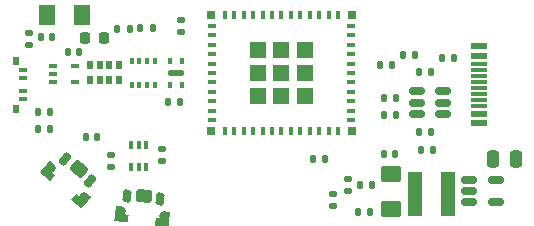
<source format=gtp>
G04 #@! TF.GenerationSoftware,KiCad,Pcbnew,(6.0.0)*
G04 #@! TF.CreationDate,2022-03-23T01:08:54-05:00*
G04 #@! TF.ProjectId,temp sensor,74656d70-2073-4656-9e73-6f722e6b6963,0.3*
G04 #@! TF.SameCoordinates,Original*
G04 #@! TF.FileFunction,Paste,Top*
G04 #@! TF.FilePolarity,Positive*
%FSLAX45Y45*%
G04 Gerber Fmt 4.5, Leading zero omitted, Abs format (unit mm)*
G04 Created by KiCad (PCBNEW (6.0.0)) date 2022-03-23 01:08:54*
%MOMM*%
%LPD*%
G01*
G04 APERTURE LIST*
G04 Aperture macros list*
%AMRoundRect*
0 Rectangle with rounded corners*
0 $1 Rounding radius*
0 $2 $3 $4 $5 $6 $7 $8 $9 X,Y pos of 4 corners*
0 Add a 4 corners polygon primitive as box body*
4,1,4,$2,$3,$4,$5,$6,$7,$8,$9,$2,$3,0*
0 Add four circle primitives for the rounded corners*
1,1,$1+$1,$2,$3*
1,1,$1+$1,$4,$5*
1,1,$1+$1,$6,$7*
1,1,$1+$1,$8,$9*
0 Add four rect primitives between the rounded corners*
20,1,$1+$1,$2,$3,$4,$5,0*
20,1,$1+$1,$4,$5,$6,$7,0*
20,1,$1+$1,$6,$7,$8,$9,0*
20,1,$1+$1,$8,$9,$2,$3,0*%
%AMFreePoly0*
4,1,16,0.475001,-0.400000,0.075000,-0.400000,0.075000,-0.388121,0.000000,-0.400000,-0.123607,-0.380423,-0.235114,-0.323607,-0.323607,-0.235114,-0.380423,-0.123607,-0.400000,0.000000,-0.380423,0.123607,-0.323607,0.235114,-0.308721,0.250000,-0.675000,0.250000,-0.675000,0.900000,0.475000,0.900000,0.475001,-0.400000,0.475001,-0.400000,$1*%
%AMFreePoly1*
4,1,16,0.675000,0.250000,0.308721,0.250000,0.323607,0.235114,0.380423,0.123607,0.400000,0.000000,0.380423,-0.123607,0.323607,-0.235114,0.235114,-0.323607,0.123607,-0.380423,0.000000,-0.400000,-0.075000,-0.388121,-0.075000,-0.400000,-0.475000,-0.400000,-0.475000,0.900000,0.675000,0.900000,0.675000,0.250000,0.675000,0.250000,$1*%
G04 Aperture macros list end*
%ADD10RoundRect,0.150000X-0.512500X-0.150000X0.512500X-0.150000X0.512500X0.150000X-0.512500X0.150000X0*%
%ADD11R,0.350000X0.500000*%
%ADD12RoundRect,0.140000X-0.170000X0.140000X-0.170000X-0.140000X0.170000X-0.140000X0.170000X0.140000X0*%
%ADD13R,1.200000X3.700000*%
%ADD14RoundRect,0.135000X-0.135000X-0.185000X0.135000X-0.185000X0.135000X0.185000X-0.135000X0.185000X0*%
%ADD15RoundRect,0.135000X0.135000X0.185000X-0.135000X0.185000X-0.135000X-0.185000X0.135000X-0.185000X0*%
%ADD16RoundRect,0.135000X0.185000X-0.135000X0.185000X0.135000X-0.185000X0.135000X-0.185000X-0.135000X0*%
%ADD17RoundRect,0.087500X0.087500X-0.187500X0.087500X0.187500X-0.087500X0.187500X-0.087500X-0.187500X0*%
%ADD18RoundRect,0.087500X-0.087500X0.187500X-0.087500X-0.187500X0.087500X-0.187500X0.087500X0.187500X0*%
%ADD19RoundRect,0.125000X0.575000X-0.125000X0.575000X0.125000X-0.575000X0.125000X-0.575000X-0.125000X0*%
%ADD20RoundRect,0.250000X-0.250000X-0.475000X0.250000X-0.475000X0.250000X0.475000X-0.250000X0.475000X0*%
%ADD21RoundRect,0.140000X-0.140000X-0.170000X0.140000X-0.170000X0.140000X0.170000X-0.140000X0.170000X0*%
%ADD22R,1.450000X0.600000*%
%ADD23R,1.450000X0.300000*%
%ADD24RoundRect,0.140000X0.140000X0.170000X-0.140000X0.170000X-0.140000X-0.170000X0.140000X-0.170000X0*%
%ADD25RoundRect,0.275000X-0.451417X-0.229069X0.393926X-0.317918X0.451417X0.229069X-0.393926X0.317918X0*%
%ADD26RoundRect,0.175000X-0.213240X-0.354653X0.134843X-0.391238X0.213240X0.354653X-0.134843X0.391238X0*%
%ADD27FreePoly0,174.000000*%
%ADD28FreePoly1,174.000000*%
%ADD29RoundRect,0.135000X-0.185000X0.135000X-0.185000X-0.135000X0.185000X-0.135000X0.185000X0.135000X0*%
%ADD30RoundRect,0.140000X0.170000X-0.140000X0.170000X0.140000X-0.170000X0.140000X-0.170000X-0.140000X0*%
%ADD31R,0.400000X0.650000*%
%ADD32R,0.630000X0.660000*%
%ADD33R,0.800000X0.400000*%
%ADD34RoundRect,0.275000X-0.501168X0.071280X0.140335X-0.486370X0.501168X-0.071280X-0.140335X0.486370X0*%
%ADD35RoundRect,0.175000X-0.378096X-0.168206X-0.113948X-0.397826X0.378096X0.168206X0.113948X0.397826X0*%
%ADD36FreePoly0,139.000000*%
%ADD37FreePoly1,139.000000*%
%ADD38R,0.400000X0.800000*%
%ADD39R,1.450000X1.450000*%
%ADD40R,0.700000X0.700000*%
%ADD41RoundRect,0.250001X0.462499X0.624999X-0.462499X0.624999X-0.462499X-0.624999X0.462499X-0.624999X0*%
%ADD42RoundRect,0.250001X-0.624999X0.462499X-0.624999X-0.462499X0.624999X-0.462499X0.624999X0.462499X0*%
%ADD43R,0.590000X0.690000*%
%ADD44RoundRect,0.225000X-0.225000X-0.250000X0.225000X-0.250000X0.225000X0.250000X-0.225000X0.250000X0*%
%ADD45R,0.650000X0.400000*%
G04 APERTURE END LIST*
D10*
G04 #@! TO.C,U5*
X15177558Y-9319002D03*
X15177558Y-9414002D03*
X15177558Y-9509002D03*
X15405058Y-9509002D03*
X15405058Y-9414002D03*
X15405058Y-9319002D03*
G04 #@! TD*
D11*
G04 #@! TO.C,U3*
X12765700Y-9060500D03*
X12830700Y-9060500D03*
X12895700Y-9060500D03*
X12960700Y-9060500D03*
X12960700Y-9265500D03*
X12895700Y-9265500D03*
X12830700Y-9265500D03*
X12765700Y-9265500D03*
G04 #@! TD*
D12*
G04 #@! TO.C,C2*
X14466800Y-10191000D03*
X14466800Y-10287000D03*
G04 #@! TD*
D13*
G04 #@! TO.C,L2*
X15443300Y-10192100D03*
X15163300Y-10192100D03*
G04 #@! TD*
D14*
G04 #@! TO.C,R8*
X14696800Y-10111000D03*
X14798800Y-10111000D03*
G04 #@! TD*
G04 #@! TO.C,R1*
X15059776Y-9008222D03*
X15161776Y-9008222D03*
G04 #@! TD*
D15*
G04 #@! TO.C,R3*
X12075800Y-9497000D03*
X11973800Y-9497000D03*
G04 #@! TD*
D16*
G04 #@! TO.C,R15*
X11897800Y-8930000D03*
X11897800Y-8828000D03*
G04 #@! TD*
D15*
G04 #@! TO.C,R13*
X15000800Y-9518000D03*
X14898800Y-9518000D03*
G04 #@! TD*
D10*
G04 #@! TO.C,U2*
X15622050Y-10068000D03*
X15622050Y-10163000D03*
X15622050Y-10258000D03*
X15849550Y-10258000D03*
X15849550Y-10068000D03*
G04 #@! TD*
D17*
G04 #@! TO.C,U1*
X13090800Y-9266500D03*
D18*
X13190800Y-9061500D03*
D17*
X13190800Y-9266500D03*
D19*
X13140800Y-9164000D03*
D18*
X13090800Y-9061500D03*
G04 #@! TD*
D20*
G04 #@! TO.C,C8*
X15825720Y-9894824D03*
X16015720Y-9894824D03*
G04 #@! TD*
D15*
G04 #@! TO.C,R11*
X15300144Y-9667240D03*
X15198144Y-9667240D03*
G04 #@! TD*
D14*
G04 #@! TO.C,R14*
X11975800Y-9636000D03*
X12077800Y-9636000D03*
G04 #@! TD*
D15*
G04 #@! TO.C,R12*
X15000424Y-9379966D03*
X14898424Y-9379966D03*
G04 #@! TD*
G04 #@! TO.C,R17*
X12941800Y-8787000D03*
X12839800Y-8787000D03*
G04 #@! TD*
D14*
G04 #@! TO.C,R2*
X14865800Y-9098000D03*
X14967800Y-9098000D03*
G04 #@! TD*
D21*
G04 #@! TO.C,C4*
X12376800Y-9710000D03*
X12472800Y-9710000D03*
G04 #@! TD*
D22*
G04 #@! TO.C,J1*
X15705196Y-9589396D03*
X15705196Y-9509396D03*
D23*
X15705196Y-9389396D03*
X15705196Y-9289396D03*
X15705196Y-9239396D03*
X15705196Y-9139396D03*
D22*
X15705196Y-9019396D03*
X15705196Y-8939396D03*
X15705196Y-8939396D03*
X15705196Y-9019396D03*
D23*
X15705196Y-9089396D03*
X15705196Y-9189396D03*
X15705196Y-9339396D03*
X15705196Y-9439396D03*
D22*
X15705196Y-9509396D03*
X15705196Y-9589396D03*
G04 #@! TD*
D16*
G04 #@! TO.C,R5*
X12587800Y-9962000D03*
X12587800Y-9860000D03*
G04 #@! TD*
D15*
G04 #@! TO.C,R7*
X13174800Y-9410000D03*
X13072800Y-9410000D03*
G04 #@! TD*
D14*
G04 #@! TO.C,R19*
X15390800Y-9033000D03*
X15492800Y-9033000D03*
G04 #@! TD*
D24*
G04 #@! TO.C,C6*
X14997800Y-9848384D03*
X14901800Y-9848384D03*
G04 #@! TD*
D25*
G04 #@! TO.C,SW2*
X12868998Y-10205603D03*
D26*
X13006663Y-10235154D03*
X12728197Y-10205886D03*
D27*
X12671819Y-10335704D03*
D28*
X13034819Y-10373857D03*
G04 #@! TD*
D29*
G04 #@! TO.C,R4*
X13017800Y-9809000D03*
X13017800Y-9911000D03*
G04 #@! TD*
D30*
G04 #@! TO.C,C5*
X13184800Y-8814000D03*
X13184800Y-8718000D03*
G04 #@! TD*
D15*
G04 #@! TO.C,R9*
X14782800Y-10340000D03*
X14680800Y-10340000D03*
G04 #@! TD*
D31*
G04 #@! TO.C,Q1*
X12759800Y-9960000D03*
X12824800Y-9960000D03*
X12889800Y-9960000D03*
X12889800Y-9770000D03*
X12824800Y-9770000D03*
X12759800Y-9770000D03*
G04 #@! TD*
D32*
G04 #@! TO.C,D2*
X11789500Y-9061000D03*
D33*
X11848000Y-9142000D03*
X11848000Y-9210000D03*
X11848000Y-9316000D03*
X11848000Y-9384000D03*
D32*
X11789500Y-9465000D03*
G04 #@! TD*
D24*
G04 #@! TO.C,C1*
X12092800Y-8859000D03*
X11996800Y-8859000D03*
G04 #@! TD*
D15*
G04 #@! TO.C,R16*
X12746800Y-8791000D03*
X12644800Y-8791000D03*
G04 #@! TD*
D16*
G04 #@! TO.C,R6*
X14593800Y-10163000D03*
X14593800Y-10061000D03*
G04 #@! TD*
D34*
G04 #@! TO.C,SW1*
X12319666Y-9976982D03*
D35*
X12415485Y-10080151D03*
X12204166Y-9896454D03*
D36*
X12083523Y-9970458D03*
D37*
X12358992Y-10209919D03*
G04 #@! TD*
D14*
G04 #@! TO.C,R10*
X15196800Y-9157000D03*
X15298800Y-9157000D03*
G04 #@! TD*
D15*
G04 #@! TO.C,R20*
X15318686Y-9816084D03*
X15216686Y-9816084D03*
G04 #@! TD*
D33*
G04 #@! TO.C,IC1*
X13443000Y-8764000D03*
X13443000Y-8844000D03*
X13443000Y-8924000D03*
X13443000Y-9004000D03*
X13443000Y-9084000D03*
X13443000Y-9164000D03*
X13443000Y-9244000D03*
X13443000Y-9324000D03*
X13443000Y-9404000D03*
X13443000Y-9484000D03*
X13443000Y-9564000D03*
D38*
X13553000Y-9654000D03*
X13633000Y-9654000D03*
X13713000Y-9654000D03*
X13793000Y-9654000D03*
X13873000Y-9654000D03*
X13953000Y-9654000D03*
X14033000Y-9654000D03*
X14113000Y-9654000D03*
X14193000Y-9654000D03*
X14273000Y-9654000D03*
X14353000Y-9654000D03*
X14433000Y-9654000D03*
X14513000Y-9654000D03*
D33*
X14623000Y-9564000D03*
X14623000Y-9484000D03*
X14623000Y-9404000D03*
X14623000Y-9324000D03*
X14623000Y-9244000D03*
X14623000Y-9164000D03*
X14623000Y-9084000D03*
X14623000Y-9004000D03*
X14623000Y-8924000D03*
X14623000Y-8844000D03*
X14623000Y-8764000D03*
D38*
X14513000Y-8674000D03*
X14433000Y-8674000D03*
X14353000Y-8674000D03*
X14273000Y-8674000D03*
X14193000Y-8674000D03*
X14113000Y-8674000D03*
X14033000Y-8674000D03*
X13953000Y-8674000D03*
X13873000Y-8674000D03*
X13793000Y-8674000D03*
X13713000Y-8674000D03*
X13633000Y-8674000D03*
X13553000Y-8674000D03*
D39*
X14033000Y-9164000D03*
D40*
X14628000Y-8669000D03*
X14628000Y-9659000D03*
X13438000Y-9659000D03*
X13438000Y-8669000D03*
D39*
X13835500Y-8966500D03*
X13835500Y-9164000D03*
X13835500Y-9361500D03*
X14033000Y-9361500D03*
X14230500Y-9361500D03*
X14230500Y-9164000D03*
X14230500Y-8966500D03*
X14033000Y-8966500D03*
G04 #@! TD*
D15*
G04 #@! TO.C,R21*
X14404800Y-9895000D03*
X14302800Y-9895000D03*
G04 #@! TD*
D41*
G04 #@! TO.C,C3*
X12346550Y-8676000D03*
X12049050Y-8676000D03*
G04 #@! TD*
D42*
G04 #@! TO.C,C9*
X14959800Y-10021250D03*
X14959800Y-10318750D03*
G04 #@! TD*
D24*
G04 #@! TO.C,C10*
X12320800Y-8986000D03*
X12224800Y-8986000D03*
G04 #@! TD*
D43*
G04 #@! TO.C,U6*
X12415800Y-9227000D03*
X12495800Y-9227000D03*
X12575800Y-9227000D03*
X12655800Y-9227000D03*
X12655800Y-9099000D03*
X12575800Y-9099000D03*
X12495800Y-9099000D03*
X12415800Y-9099000D03*
G04 #@! TD*
D44*
G04 #@! TO.C,C7*
X12372300Y-8865000D03*
X12527300Y-8865000D03*
G04 #@! TD*
D45*
G04 #@! TO.C,U4*
X12094800Y-9108000D03*
X12094800Y-9173000D03*
X12094800Y-9238000D03*
X12284800Y-9238000D03*
X12284800Y-9108000D03*
G04 #@! TD*
M02*

</source>
